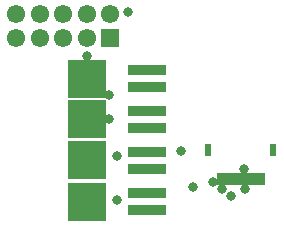
<source format=gts>
G04*
G04 #@! TF.GenerationSoftware,Altium Limited,Altium Designer,19.1.8 (144)*
G04*
G04 Layer_Color=8388736*
%FSLAX43Y43*%
%MOMM*%
G71*
G01*
G75*
%ADD16R,3.203X0.903*%
%ADD17R,0.503X1.003*%
%ADD18R,3.203X3.203*%
%ADD19R,0.603X1.003*%
%ADD20R,1.553X1.553*%
%ADD21C,1.553*%
%ADD22C,0.803*%
D16*
X181275Y71029D02*
D03*
Y72429D02*
D03*
Y68972D02*
D03*
Y67572D02*
D03*
Y64101D02*
D03*
Y60601D02*
D03*
Y62001D02*
D03*
Y65501D02*
D03*
D17*
X187517Y63201D02*
D03*
X191017D02*
D03*
X190517D02*
D03*
X188517D02*
D03*
X189517D02*
D03*
X188017D02*
D03*
X190017D02*
D03*
X189017D02*
D03*
D18*
X176195Y71729D02*
D03*
Y68272D02*
D03*
Y64801D02*
D03*
Y61301D02*
D03*
D19*
X192017Y65701D02*
D03*
X186517D02*
D03*
D20*
X178217Y75201D02*
D03*
D21*
Y77201D02*
D03*
X176217Y75201D02*
D03*
Y77201D02*
D03*
X174217Y75201D02*
D03*
Y77201D02*
D03*
X172217Y75201D02*
D03*
Y77201D02*
D03*
X170217Y75201D02*
D03*
Y77201D02*
D03*
D22*
X185200Y62525D02*
D03*
X179734Y77402D02*
D03*
X186894Y62978D02*
D03*
X184205Y65611D02*
D03*
X188421Y61778D02*
D03*
X189640Y62340D02*
D03*
X187654Y62351D02*
D03*
X189513Y64067D02*
D03*
X176195Y73656D02*
D03*
X178122Y68272D02*
D03*
X178756Y65146D02*
D03*
Y61476D02*
D03*
X178122Y70301D02*
D03*
M02*

</source>
